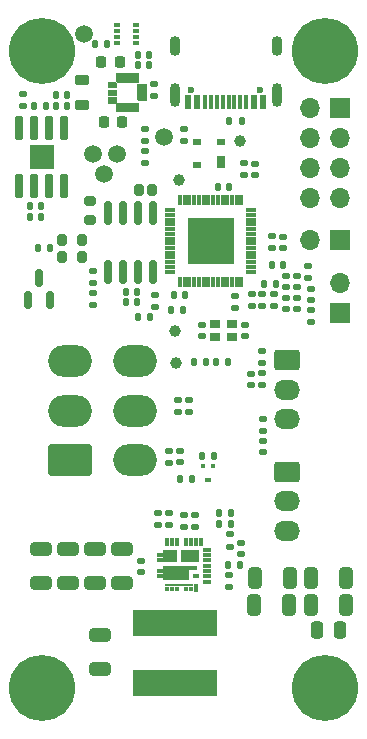
<source format=gts>
%TF.GenerationSoftware,KiCad,Pcbnew,(7.0.0)*%
%TF.CreationDate,2023-06-12T15:08:34+01:00*%
%TF.ProjectId,Chad,43686164-2e6b-4696-9361-645f70636258,rev?*%
%TF.SameCoordinates,Original*%
%TF.FileFunction,Soldermask,Top*%
%TF.FilePolarity,Negative*%
%FSLAX46Y46*%
G04 Gerber Fmt 4.6, Leading zero omitted, Abs format (unit mm)*
G04 Created by KiCad (PCBNEW (7.0.0)) date 2023-06-12 15:08:34*
%MOMM*%
%LPD*%
G01*
G04 APERTURE LIST*
G04 Aperture macros list*
%AMRoundRect*
0 Rectangle with rounded corners*
0 $1 Rounding radius*
0 $2 $3 $4 $5 $6 $7 $8 $9 X,Y pos of 4 corners*
0 Add a 4 corners polygon primitive as box body*
4,1,4,$2,$3,$4,$5,$6,$7,$8,$9,$2,$3,0*
0 Add four circle primitives for the rounded corners*
1,1,$1+$1,$2,$3*
1,1,$1+$1,$4,$5*
1,1,$1+$1,$6,$7*
1,1,$1+$1,$8,$9*
0 Add four rect primitives between the rounded corners*
20,1,$1+$1,$2,$3,$4,$5,0*
20,1,$1+$1,$4,$5,$6,$7,0*
20,1,$1+$1,$6,$7,$8,$9,0*
20,1,$1+$1,$8,$9,$2,$3,0*%
G04 Aperture macros list end*
%ADD10C,0.010000*%
%ADD11RoundRect,0.225000X0.225000X0.250000X-0.225000X0.250000X-0.225000X-0.250000X0.225000X-0.250000X0*%
%ADD12C,1.000000*%
%ADD13RoundRect,0.147500X0.172500X-0.147500X0.172500X0.147500X-0.172500X0.147500X-0.172500X-0.147500X0*%
%ADD14RoundRect,0.135000X-0.185000X0.135000X-0.185000X-0.135000X0.185000X-0.135000X0.185000X0.135000X0*%
%ADD15RoundRect,0.250000X-0.650000X0.325000X-0.650000X-0.325000X0.650000X-0.325000X0.650000X0.325000X0*%
%ADD16RoundRect,0.250000X-0.850000X-0.600000X0.850000X-0.600000X0.850000X0.600000X-0.850000X0.600000X0*%
%ADD17O,2.200000X1.700000*%
%ADD18RoundRect,0.140000X0.140000X0.170000X-0.140000X0.170000X-0.140000X-0.170000X0.140000X-0.170000X0*%
%ADD19RoundRect,0.135000X-0.135000X-0.185000X0.135000X-0.185000X0.135000X0.185000X-0.135000X0.185000X0*%
%ADD20C,5.600000*%
%ADD21RoundRect,0.135000X0.185000X-0.135000X0.185000X0.135000X-0.185000X0.135000X-0.185000X-0.135000X0*%
%ADD22RoundRect,0.135000X0.135000X0.185000X-0.135000X0.185000X-0.135000X-0.185000X0.135000X-0.185000X0*%
%ADD23R,0.700000X1.000000*%
%ADD24R,0.700000X0.600000*%
%ADD25RoundRect,0.200000X0.200000X0.275000X-0.200000X0.275000X-0.200000X-0.275000X0.200000X-0.275000X0*%
%ADD26RoundRect,0.147500X-0.147500X-0.172500X0.147500X-0.172500X0.147500X0.172500X-0.147500X0.172500X0*%
%ADD27RoundRect,0.140000X-0.170000X0.140000X-0.170000X-0.140000X0.170000X-0.140000X0.170000X0.140000X0*%
%ADD28R,0.400000X0.450000*%
%ADD29R,0.500000X0.450000*%
%ADD30RoundRect,0.200000X0.275000X-0.200000X0.275000X0.200000X-0.275000X0.200000X-0.275000X-0.200000X0*%
%ADD31RoundRect,0.140000X0.170000X-0.140000X0.170000X0.140000X-0.170000X0.140000X-0.170000X-0.140000X0*%
%ADD32R,1.700000X1.700000*%
%ADD33O,1.700000X1.700000*%
%ADD34C,1.500000*%
%ADD35RoundRect,0.200000X-0.200000X-0.275000X0.200000X-0.275000X0.200000X0.275000X-0.200000X0.275000X0*%
%ADD36C,0.600000*%
%ADD37R,0.600000X1.160000*%
%ADD38R,0.300000X1.160000*%
%ADD39O,0.900000X2.000000*%
%ADD40O,0.900000X1.700000*%
%ADD41RoundRect,0.042000X0.258000X-0.943000X0.258000X0.943000X-0.258000X0.943000X-0.258000X-0.943000X0*%
%ADD42R,2.150000X2.150000*%
%ADD43RoundRect,0.140000X-0.140000X-0.170000X0.140000X-0.170000X0.140000X0.170000X-0.140000X0.170000X0*%
%ADD44R,7.200000X2.300000*%
%ADD45RoundRect,0.250000X-0.250000X-0.475000X0.250000X-0.475000X0.250000X0.475000X-0.250000X0.475000X0*%
%ADD46RoundRect,0.147500X-0.172500X0.147500X-0.172500X-0.147500X0.172500X-0.147500X0.172500X0.147500X0*%
%ADD47RoundRect,0.250000X-0.325000X-0.650000X0.325000X-0.650000X0.325000X0.650000X-0.325000X0.650000X0*%
%ADD48RoundRect,0.250000X0.650000X-0.325000X0.650000X0.325000X-0.650000X0.325000X-0.650000X-0.325000X0*%
%ADD49R,0.475000X0.300000*%
%ADD50RoundRect,0.250000X0.325000X0.650000X-0.325000X0.650000X-0.325000X-0.650000X0.325000X-0.650000X0*%
%ADD51RoundRect,0.218750X-0.381250X0.218750X-0.381250X-0.218750X0.381250X-0.218750X0.381250X0.218750X0*%
%ADD52RoundRect,0.006600X0.398400X0.103400X-0.398400X0.103400X-0.398400X-0.103400X0.398400X-0.103400X0*%
%ADD53RoundRect,0.022000X0.088000X0.383000X-0.088000X0.383000X-0.088000X-0.383000X0.088000X-0.383000X0*%
%ADD54R,4.000000X4.000000*%
%ADD55RoundRect,0.150000X0.150000X-0.825000X0.150000X0.825000X-0.150000X0.825000X-0.150000X-0.825000X0*%
%ADD56R,0.550000X0.300000*%
%ADD57R,0.300000X0.450000*%
%ADD58R,0.300000X0.725000*%
%ADD59R,0.725000X0.300000*%
%ADD60R,1.575000X1.050000*%
%ADD61R,1.150000X1.050000*%
%ADD62R,2.175000X1.200000*%
%ADD63R,0.580000X0.380000*%
%ADD64R,0.650000X0.455000*%
%ADD65R,2.350000X0.275000*%
%ADD66RoundRect,0.250001X1.599999X-1.099999X1.599999X1.099999X-1.599999X1.099999X-1.599999X-1.099999X0*%
%ADD67O,3.700000X2.700000*%
%ADD68RoundRect,0.150000X0.150000X-0.587500X0.150000X0.587500X-0.150000X0.587500X-0.150000X-0.587500X0*%
%ADD69R,0.900000X0.800000*%
G04 APERTURE END LIST*
%TO.C,U4*%
G36*
X43791814Y-48819418D02*
G01*
X43066814Y-48819418D01*
X43066814Y-48419418D01*
X43791814Y-48419418D01*
X43791814Y-48819418D01*
G37*
D10*
X43791814Y-48819418D02*
X43066814Y-48819418D01*
X43066814Y-48419418D01*
X43791814Y-48419418D01*
X43791814Y-48819418D01*
G36*
X43791814Y-48319418D02*
G01*
X43066814Y-48319418D01*
X43066814Y-47919418D01*
X43791814Y-47919418D01*
X43791814Y-48319418D01*
G37*
X43791814Y-48319418D02*
X43066814Y-48319418D01*
X43066814Y-47919418D01*
X43791814Y-47919418D01*
X43791814Y-48319418D01*
G36*
X43141814Y-50219418D02*
G01*
X42741814Y-50219418D01*
X42741814Y-49494418D01*
X43141814Y-49494418D01*
X43141814Y-50219418D01*
G37*
X43141814Y-50219418D02*
X42741814Y-50219418D01*
X42741814Y-49494418D01*
X43141814Y-49494418D01*
X43141814Y-50219418D01*
G36*
X43141814Y-47744418D02*
G01*
X42741814Y-47744418D01*
X42741814Y-47019418D01*
X43141814Y-47019418D01*
X43141814Y-47744418D01*
G37*
X43141814Y-47744418D02*
X42741814Y-47744418D01*
X42741814Y-47019418D01*
X43141814Y-47019418D01*
X43141814Y-47744418D01*
G36*
X42641814Y-50219418D02*
G01*
X42241814Y-50219418D01*
X42241814Y-49494418D01*
X42641814Y-49494418D01*
X42641814Y-50219418D01*
G37*
X42641814Y-50219418D02*
X42241814Y-50219418D01*
X42241814Y-49494418D01*
X42641814Y-49494418D01*
X42641814Y-50219418D01*
G36*
X42641814Y-47744418D02*
G01*
X42241814Y-47744418D01*
X42241814Y-47019418D01*
X42641814Y-47019418D01*
X42641814Y-47744418D01*
G37*
X42641814Y-47744418D02*
X42241814Y-47744418D01*
X42241814Y-47019418D01*
X42641814Y-47019418D01*
X42641814Y-47744418D01*
G36*
X41316814Y-48844418D02*
G01*
X40591814Y-48844418D01*
X40591814Y-48394418D01*
X41316814Y-48394418D01*
X41316814Y-48844418D01*
G37*
X41316814Y-48844418D02*
X40591814Y-48844418D01*
X40591814Y-48394418D01*
X41316814Y-48394418D01*
X41316814Y-48844418D01*
G36*
X43791814Y-49319418D02*
G01*
X43201814Y-49319418D01*
X43066814Y-49184418D01*
X43066814Y-48919418D01*
X43791814Y-48919418D01*
X43791814Y-49319418D01*
G37*
X43791814Y-49319418D02*
X43201814Y-49319418D01*
X43066814Y-49184418D01*
X43066814Y-48919418D01*
X43791814Y-48919418D01*
X43791814Y-49319418D01*
G36*
X42141814Y-50219418D02*
G01*
X41241814Y-50219418D01*
X41241814Y-49552418D01*
X41342814Y-49494418D01*
X42141814Y-49494418D01*
X42141814Y-50219418D01*
G37*
X42141814Y-50219418D02*
X41241814Y-50219418D01*
X41241814Y-49552418D01*
X41342814Y-49494418D01*
X42141814Y-49494418D01*
X42141814Y-50219418D01*
G36*
X42141814Y-47744418D02*
G01*
X41342814Y-47744418D01*
X41241814Y-47686418D01*
X41241814Y-47019418D01*
X42141814Y-47019418D01*
X42141814Y-47744418D01*
G37*
X42141814Y-47744418D02*
X41342814Y-47744418D01*
X41241814Y-47686418D01*
X41241814Y-47019418D01*
X42141814Y-47019418D01*
X42141814Y-47744418D01*
G36*
X41316814Y-49436418D02*
G01*
X41215814Y-49494418D01*
X40591814Y-49494418D01*
X40591814Y-49044418D01*
X41316814Y-49044418D01*
X41316814Y-49436418D01*
G37*
X41316814Y-49436418D02*
X41215814Y-49494418D01*
X40591814Y-49494418D01*
X40591814Y-49044418D01*
X41316814Y-49044418D01*
X41316814Y-49436418D01*
G36*
X41316814Y-47802418D02*
G01*
X41316814Y-48194418D01*
X40591814Y-48194418D01*
X40591814Y-47744418D01*
X41215814Y-47744418D01*
X41316814Y-47802418D01*
G37*
X41316814Y-47802418D02*
X41316814Y-48194418D01*
X40591814Y-48194418D01*
X40591814Y-47744418D01*
X41215814Y-47744418D01*
X41316814Y-47802418D01*
%TD*%
D11*
%TO.C,C21*%
X41598958Y-46080869D03*
X40048958Y-46080869D03*
%TD*%
D12*
%TO.C,TP10*%
X46275000Y-68850000D03*
%TD*%
D13*
%TO.C,12VLED1*%
X46725000Y-79960000D03*
X46725000Y-78990000D03*
%TD*%
D14*
%TO.C,R37*%
X53643000Y-70539000D03*
X53643000Y-71559000D03*
%TD*%
D15*
%TO.C,C30*%
X41806365Y-87256602D03*
X41806365Y-90206602D03*
%TD*%
D16*
%TO.C,J4*%
X55791590Y-80754955D03*
D17*
X55791589Y-83254954D03*
X55791589Y-85754954D03*
%TD*%
D18*
%TO.C,C11*%
X47158000Y-65769000D03*
X46198000Y-65769000D03*
%TD*%
D19*
%TO.C,R6*%
X45940000Y-67075000D03*
X46960000Y-67075000D03*
%TD*%
D20*
%TO.C,H3*%
X59000000Y-99090000D03*
%TD*%
D21*
%TO.C,R15*%
X44461814Y-48946492D03*
X44461814Y-47926492D03*
%TD*%
D22*
%TO.C,R2*%
X50760000Y-71475000D03*
X49740000Y-71475000D03*
%TD*%
D21*
%TO.C,R17*%
X33440000Y-49820000D03*
X33440000Y-48800000D03*
%TD*%
D23*
%TO.C,D2*%
X50149999Y-54549999D03*
D24*
X50149999Y-52849999D03*
X48149999Y-52849999D03*
X48149999Y-54749999D03*
%TD*%
D21*
%TO.C,R1*%
X57547368Y-64372534D03*
X57547368Y-63352534D03*
%TD*%
D22*
%TO.C,R18*%
X51790815Y-88649000D03*
X50770815Y-88649000D03*
%TD*%
D25*
%TO.C,JP1*%
X44298000Y-56906000D03*
X43193000Y-56906000D03*
%TD*%
D26*
%TO.C,TXLED1*%
X47911000Y-71466000D03*
X48881000Y-71466000D03*
%TD*%
D27*
%TO.C,C28*%
X51901446Y-86793161D03*
X51901446Y-87753161D03*
%TD*%
D21*
%TO.C,R34*%
X46490000Y-75730000D03*
X46490000Y-74710000D03*
%TD*%
D28*
%TO.C,Q1*%
X49466999Y-80273999D03*
X48666999Y-80273999D03*
D29*
X49066999Y-81423999D03*
%TD*%
D30*
%TO.C,R8*%
X39041000Y-59472000D03*
X39041000Y-57822000D03*
%TD*%
D31*
%TO.C,C1*%
X56611276Y-65149597D03*
X56611276Y-64189597D03*
%TD*%
D32*
%TO.C,ENJUMPER1*%
X60216231Y-67272659D03*
D33*
X60216231Y-64732659D03*
%TD*%
D31*
%TO.C,C45*%
X52705000Y-73424000D03*
X52705000Y-72464000D03*
%TD*%
D18*
%TO.C,C16*%
X43086000Y-66420000D03*
X42126000Y-66420000D03*
%TD*%
D13*
%TO.C,SERVOLED1*%
X53723588Y-79120680D03*
X53723588Y-78150680D03*
%TD*%
D14*
%TO.C,R4*%
X52100000Y-54640000D03*
X52100000Y-55660000D03*
%TD*%
D22*
%TO.C,R19*%
X51041011Y-85202858D03*
X50021011Y-85202858D03*
%TD*%
D27*
%TO.C,C3*%
X57802672Y-65261759D03*
X57802672Y-66221759D03*
%TD*%
D34*
%TO.C,TP8*%
X39325000Y-53850000D03*
%TD*%
D27*
%TO.C,C38*%
X43414000Y-88271000D03*
X43414000Y-89231000D03*
%TD*%
D21*
%TO.C,R7*%
X45789000Y-79987000D03*
X45789000Y-78967000D03*
%TD*%
D35*
%TO.C,R10*%
X36745000Y-62584000D03*
X38395000Y-62584000D03*
%TD*%
D27*
%TO.C,C9*%
X52760000Y-65740000D03*
X52760000Y-66700000D03*
%TD*%
D13*
%TO.C,L1*%
X55700000Y-65135000D03*
X55700000Y-64165000D03*
%TD*%
D36*
%TO.C,J5*%
X53453000Y-48402000D03*
X47673000Y-48402000D03*
D37*
X53762999Y-49461999D03*
X52962999Y-49461999D03*
D38*
X51812999Y-49461999D03*
X50812999Y-49461999D03*
X50312999Y-49461999D03*
X49312999Y-49461999D03*
D37*
X48162999Y-49461999D03*
X47362999Y-49461999D03*
X47362999Y-49461999D03*
X48162999Y-49461999D03*
D38*
X48812999Y-49461999D03*
X49812999Y-49461999D03*
X51312999Y-49461999D03*
X52312999Y-49461999D03*
D37*
X52962999Y-49461999D03*
X53762999Y-49461999D03*
D39*
X54882999Y-48881999D03*
D40*
X54882999Y-44711999D03*
D39*
X46242999Y-48881999D03*
D40*
X46242999Y-44711999D03*
%TD*%
D18*
%TO.C,C17*%
X35657000Y-61851000D03*
X34697000Y-61851000D03*
%TD*%
D27*
%TO.C,C8*%
X55400456Y-60883040D03*
X55400456Y-61843040D03*
%TD*%
D21*
%TO.C,R21*%
X44819000Y-85281000D03*
X44819000Y-84261000D03*
%TD*%
D41*
%TO.C,U5*%
X33070000Y-56570000D03*
X34340000Y-56570000D03*
X35610000Y-56570000D03*
X36880000Y-56570000D03*
X36880000Y-51630000D03*
X35610000Y-51630000D03*
X34340000Y-51630000D03*
X33070000Y-51630000D03*
D42*
X34974999Y-54099999D03*
%TD*%
D43*
%TO.C,C20*%
X43121814Y-45436492D03*
X44081814Y-45436492D03*
%TD*%
D12*
%TO.C,TP1*%
X51750000Y-52725000D03*
%TD*%
D27*
%TO.C,C14*%
X52239000Y-68329000D03*
X52239000Y-69289000D03*
%TD*%
D21*
%TO.C,R26*%
X39291900Y-66649746D03*
X39291900Y-65629746D03*
%TD*%
D27*
%TO.C,C4*%
X55690682Y-66007393D03*
X55690682Y-66967393D03*
%TD*%
D32*
%TO.C,J2*%
X60215721Y-49923067D03*
D33*
X57675721Y-49923067D03*
X60215721Y-52463067D03*
X57675721Y-52463067D03*
X60215721Y-55003067D03*
X57675721Y-55003067D03*
X60215721Y-57543067D03*
X57675721Y-57543067D03*
%TD*%
D19*
%TO.C,R27*%
X43130000Y-67690000D03*
X44150000Y-67690000D03*
%TD*%
D11*
%TO.C,C23*%
X41786814Y-51151492D03*
X40236814Y-51151492D03*
%TD*%
D14*
%TO.C,R3*%
X54470000Y-60830000D03*
X54470000Y-61850000D03*
%TD*%
D44*
%TO.C,L4*%
X46279999Y-98659999D03*
X46279999Y-93559999D03*
%TD*%
D32*
%TO.C,BOOTJUMPER1*%
X60214777Y-61126856D03*
D33*
X57674777Y-61126856D03*
%TD*%
D22*
%TO.C,R11*%
X51909123Y-51052799D03*
X50889123Y-51052799D03*
%TD*%
D12*
%TO.C,TP2*%
X46575000Y-56050000D03*
%TD*%
D15*
%TO.C,C32*%
X39503584Y-87260414D03*
X39503584Y-90210414D03*
%TD*%
D14*
%TO.C,R25*%
X53725000Y-76265000D03*
X53725000Y-77285000D03*
%TD*%
D27*
%TO.C,C2*%
X57801853Y-67081455D03*
X57801853Y-68041455D03*
%TD*%
D45*
%TO.C,C46*%
X58333500Y-94188402D03*
X60233500Y-94188402D03*
%TD*%
D15*
%TO.C,C36*%
X34905377Y-87259734D03*
X34905377Y-90209734D03*
%TD*%
D18*
%TO.C,C24*%
X34930000Y-58264215D03*
X33970000Y-58264215D03*
%TD*%
D27*
%TO.C,C5*%
X56610682Y-66008393D03*
X56610682Y-66968393D03*
%TD*%
D22*
%TO.C,R38*%
X47691000Y-81332000D03*
X46671000Y-81332000D03*
%TD*%
D14*
%TO.C,R36*%
X53636000Y-72416000D03*
X53636000Y-73436000D03*
%TD*%
D46*
%TO.C,CANTXLED1*%
X39300000Y-63790000D03*
X39300000Y-64760000D03*
%TD*%
D47*
%TO.C,C49*%
X57775000Y-89750000D03*
X60725000Y-89750000D03*
%TD*%
D46*
%TO.C,L2*%
X51320000Y-65908616D03*
X51320000Y-66878616D03*
%TD*%
D14*
%TO.C,R35*%
X47440000Y-74700000D03*
X47440000Y-75720000D03*
%TD*%
D19*
%TO.C,R14*%
X39509814Y-44496492D03*
X40529814Y-44496492D03*
%TD*%
D20*
%TO.C,H4*%
X35000000Y-45090000D03*
%TD*%
D13*
%TO.C,USBLED1*%
X43733830Y-54587421D03*
X43733830Y-53617421D03*
%TD*%
D48*
%TO.C,C35*%
X39929000Y-97496000D03*
X39929000Y-94546000D03*
%TD*%
D19*
%TO.C,R39*%
X48554000Y-79420000D03*
X49574000Y-79420000D03*
%TD*%
D21*
%TO.C,R23*%
X47039000Y-85421000D03*
X47039000Y-84401000D03*
%TD*%
D34*
%TO.C,TP7*%
X45350000Y-52400000D03*
%TD*%
D49*
%TO.C,U3*%
X43007813Y-44466491D03*
X43007813Y-43966491D03*
X43007813Y-43466491D03*
X43007813Y-42966491D03*
X41331813Y-42966491D03*
X41331813Y-43466491D03*
X41331813Y-43966491D03*
X41331813Y-44466491D03*
%TD*%
D50*
%TO.C,C33*%
X56040000Y-89750000D03*
X53090000Y-89750000D03*
%TD*%
D51*
%TO.C,L3*%
X38443853Y-47561558D03*
X38443853Y-49686558D03*
%TD*%
D16*
%TO.C,J3*%
X55790000Y-71309458D03*
D17*
X55789999Y-73809457D03*
X55789999Y-76309457D03*
%TD*%
D12*
%TO.C,TP9*%
X46400000Y-71550000D03*
%TD*%
D52*
%TO.C,U1*%
X52745000Y-63810000D03*
X52745000Y-63410000D03*
X52745000Y-63010000D03*
X52745000Y-62610000D03*
X52745000Y-62210000D03*
X52745000Y-61810000D03*
X52745000Y-61410000D03*
X52745000Y-61010000D03*
X52745000Y-60610000D03*
X52745000Y-60210000D03*
X52745000Y-59810000D03*
X52745000Y-59410000D03*
X52745000Y-59010000D03*
X52745000Y-58610000D03*
D53*
X51900000Y-57765000D03*
X51500000Y-57765000D03*
X51100000Y-57765000D03*
X50700000Y-57765000D03*
X50300000Y-57765000D03*
X49900000Y-57765000D03*
X49500000Y-57765000D03*
X49100000Y-57765000D03*
X48700000Y-57765000D03*
X48300000Y-57765000D03*
X47900000Y-57765000D03*
X47500000Y-57765000D03*
X47100000Y-57765000D03*
X46700000Y-57765000D03*
D52*
X45855000Y-58610000D03*
X45855000Y-59010000D03*
X45855000Y-59410000D03*
X45855000Y-59810000D03*
X45855000Y-60210000D03*
X45855000Y-60610000D03*
X45855000Y-61010000D03*
X45855000Y-61410000D03*
X45855000Y-61810000D03*
X45855000Y-62210000D03*
X45855000Y-62610000D03*
X45855000Y-63010000D03*
X45855000Y-63410000D03*
X45855000Y-63810000D03*
D53*
X46700000Y-64655000D03*
X47100000Y-64655000D03*
X47500000Y-64655000D03*
X47900000Y-64655000D03*
X48300000Y-64655000D03*
X48700000Y-64655000D03*
X49100000Y-64655000D03*
X49500000Y-64655000D03*
X49900000Y-64655000D03*
X50300000Y-64655000D03*
X50700000Y-64655000D03*
X51100000Y-64655000D03*
X51500000Y-64655000D03*
X51900000Y-64655000D03*
D54*
X49299999Y-61209999D03*
%TD*%
D34*
%TO.C,TP5*%
X41374941Y-53816246D03*
%TD*%
D55*
%TO.C,U2*%
X40571000Y-63815000D03*
X41841000Y-63815000D03*
X43111000Y-63815000D03*
X44381000Y-63815000D03*
X44381000Y-58865000D03*
X43111000Y-58865000D03*
X41841000Y-58865000D03*
X40571000Y-58865000D03*
%TD*%
D18*
%TO.C,C27*%
X37165508Y-48864814D03*
X36205508Y-48864814D03*
%TD*%
D21*
%TO.C,R12*%
X47075000Y-52785000D03*
X47075000Y-51765000D03*
%TD*%
D47*
%TO.C,C47*%
X57765000Y-92050000D03*
X60715000Y-92050000D03*
%TD*%
D25*
%TO.C,R9*%
X38395000Y-61127000D03*
X36745000Y-61127000D03*
%TD*%
D20*
%TO.C,H2*%
X59000000Y-45090000D03*
%TD*%
D21*
%TO.C,R20*%
X50973488Y-87085891D03*
X50973488Y-86065891D03*
%TD*%
D27*
%TO.C,C29*%
X50889000Y-89536000D03*
X50889000Y-90496000D03*
%TD*%
D56*
%TO.C,U6*%
X45018999Y-87805999D03*
X45018999Y-88255999D03*
X45018999Y-89155999D03*
X45018999Y-89605999D03*
D57*
X45568999Y-90705999D03*
X46018999Y-90705999D03*
X46468999Y-90705999D03*
X47168999Y-90705999D03*
X47618999Y-90705999D03*
D58*
X48068999Y-90568999D03*
D59*
X48980999Y-90055999D03*
X48980999Y-89605999D03*
X48980999Y-89155999D03*
X48980999Y-88705999D03*
X48980999Y-88255999D03*
X48980999Y-87805999D03*
X48980999Y-87355999D03*
D58*
X48518999Y-86693999D03*
X48068999Y-86693999D03*
X47618999Y-86693999D03*
X47168999Y-86693999D03*
X46468999Y-86693999D03*
X46018999Y-86693999D03*
X45568999Y-86693999D03*
D60*
X47530999Y-87880999D03*
D61*
X45868999Y-87880999D03*
D62*
X46380999Y-89305999D03*
D63*
X48028999Y-89620999D03*
D64*
X47793999Y-88933999D03*
D65*
X46593999Y-90343999D03*
%TD*%
D66*
%TO.C,J1*%
X37375000Y-79790000D03*
D67*
X37374999Y-75589999D03*
X37374999Y-71389999D03*
X42874999Y-79789999D03*
X42874999Y-75589999D03*
X42874999Y-71389999D03*
%TD*%
D46*
%TO.C,CANRXLED1*%
X44560437Y-65809761D03*
X44560437Y-66779761D03*
%TD*%
D20*
%TO.C,H1*%
X35000000Y-99090000D03*
%TD*%
D34*
%TO.C,TP4*%
X38575000Y-43675000D03*
%TD*%
D43*
%TO.C,C6*%
X54464243Y-63252642D03*
X55424243Y-63252642D03*
%TD*%
D18*
%TO.C,C15*%
X43086000Y-65500000D03*
X42126000Y-65500000D03*
%TD*%
D43*
%TO.C,C22*%
X43121814Y-46356492D03*
X44081814Y-46356492D03*
%TD*%
D31*
%TO.C,C13*%
X48520000Y-69282000D03*
X48520000Y-68322000D03*
%TD*%
D15*
%TO.C,C34*%
X37203584Y-87258374D03*
X37203584Y-90208374D03*
%TD*%
D18*
%TO.C,C25*%
X34930018Y-59186291D03*
X33970018Y-59186291D03*
%TD*%
D22*
%TO.C,R16*%
X35348223Y-49774814D03*
X34328223Y-49774814D03*
%TD*%
D50*
%TO.C,C37*%
X55925000Y-92050000D03*
X52975000Y-92050000D03*
%TD*%
D22*
%TO.C,R24*%
X51041011Y-84281579D03*
X50021011Y-84281579D03*
%TD*%
D21*
%TO.C,R5*%
X54680000Y-66749313D03*
X54680000Y-65729313D03*
%TD*%
D43*
%TO.C,C10*%
X49919576Y-56651006D03*
X50879576Y-56651006D03*
%TD*%
D18*
%TO.C,C26*%
X37165508Y-49784814D03*
X36205508Y-49784814D03*
%TD*%
D27*
%TO.C,C7*%
X53679454Y-65740419D03*
X53679454Y-66700419D03*
%TD*%
D21*
%TO.C,R22*%
X47979000Y-85421000D03*
X47979000Y-84401000D03*
%TD*%
D31*
%TO.C,C39*%
X45772000Y-85231000D03*
X45772000Y-84271000D03*
%TD*%
D68*
%TO.C,D1*%
X33824999Y-66200000D03*
X35724999Y-66200000D03*
X34774999Y-64325000D03*
%TD*%
D14*
%TO.C,R13*%
X43728248Y-51735391D03*
X43728248Y-52755391D03*
%TD*%
D69*
%TO.C,Y1*%
X51077999Y-68277999D03*
X49677999Y-68277999D03*
X49677999Y-69377999D03*
X51077999Y-69377999D03*
%TD*%
D13*
%TO.C,3V3LED1*%
X53043159Y-55630521D03*
X53043159Y-54660521D03*
%TD*%
D18*
%TO.C,C12*%
X54796095Y-64847354D03*
X53836095Y-64847354D03*
%TD*%
D34*
%TO.C,TP6*%
X40248289Y-55514740D03*
%TD*%
M02*

</source>
